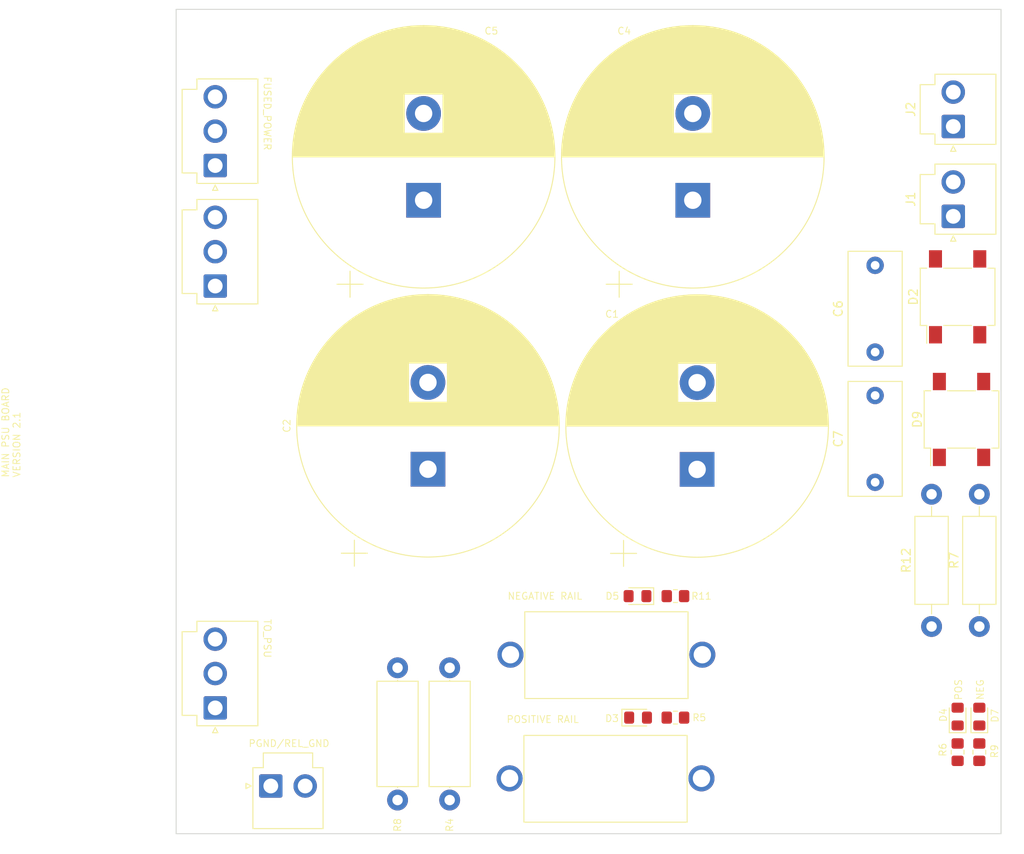
<source format=kicad_pcb>
(kicad_pcb (version 20221018) (generator pcbnew)
  (layers (0 "F.Cu" signal) (31 "B.Cu" signal) (34 "B.Paste" user) (35 "F.Paste" user) (36 "B.SilkS" user "B.Silkscreen") (37 "F.SilkS" user "F.Silkscreen") (38 "B.Mask" user) (39 "F.Mask" user) (44 "Edge.Cuts" user))
  (net 0 "")
  (net 1 "PGND")
  (net 2 "Net-(D3-K)")
  (net 3 "Net-(D4-K)")
  (net 4 "Net-(D5-K)")
  (net 5 "VP1")
  (net 6 "VM1")
  (net 7 "VPOUT")
  (net 8 "VMOUT")
  (net 9 "Net-(D7-K)")
  (net 10 "VPOUT_FUSE")
  (net 11 "VMOUT_FUSE")
  (net 12 "RELAY_GND")
  (net 13 "VPOS")
  (net 14 "Net-(C6-Pad2)")
  (net 15 "VNEG")
  (net 16 "Net-(C7-Pad2)")
  (net 17 "VPOSNEG")
  (net 18 "VNEGNEG")
  (footprint "MountingHole:MountingHole_3.2mm_M3" (layer "F.Cu") (at 236 46.5)
    (fp_text reference "H4" hide)
    (fp_text value "MountingHole")
    (pad "" np_thru_hole circle (at 0 0) (size 3.2 3.2) (drill 3.2) (layers "*.Cu" "*.Mask"))
  )
  (footprint "Connector_JST:JST_VH_B2P-VH-B_1x02_P3.96mm_Vertical" (layer "F.Cu") (at 233 67.855 90)
    (fp_text reference "J1" (at 1.98 -4.9 90) (layer "F.SilkS"))
    (fp_text value "Conn_01x02_Male")
    (pad "1" thru_hole roundrect (at 0 0 90) (size 2.7 2.7) (drill 1.7) (layers "*.Cu" "*.Mask") (roundrect_rratio 0.092593) (net 13 "VPOS"))
    (pad "2" thru_hole circle (at 3.96 0 90) (size 2.7 2.7) (drill 1.7) (layers "*.Cu" "*.Mask") (net 17 "VPOSNEG"))
  )
  (footprint "LED_SMD:LED_0805_2012Metric_Pad1.15x1.40mm_HandSolder" (layer "F.Cu") (at 233.5 125.5 90)
    (fp_text reference "D4" (at 0.175 -1.65 90 unlocked) (layer "F.SilkS") (effects (font (size 0.8 0.8) (thickness 0.1))))
    (fp_text value "YELLOW")
    (pad "1" smd roundrect (at -1.025 0 90) (size 1.15 1.4) (layers "F.Cu" "F.Paste" "F.Mask") (roundrect_rratio 0.2173913043) (net 3 "Net-(D4-K)"))
    (pad "2" smd roundrect (at 1.025 0 90) (size 1.15 1.4) (layers "F.Cu" "F.Paste" "F.Mask") (roundrect_rratio 0.2173913043) (net 5 "VP1"))
  )
  (footprint "Capacitor_THT:CP_Radial_D30.0mm_P10.00mm_SnapIn" (layer "F.Cu") (at 203.5 97.017934 90)
    (fp_text reference "C1" (at 17.9 -9.8 unlocked) (layer "F.SilkS") (effects (font (size 0.8 0.8) (thickness 0.1))))
    (fp_text value "15000U")
    (pad "1" thru_hole rect (at 0 0 90) (size 4 4) (drill 2) (layers "*.Cu" "*.Mask") (net 5 "VP1"))
    (pad "2" thru_hole circle (at 10 0 90) (size 4 4) (drill 2) (layers "*.Cu" "*.Mask") (net 1 "PGND"))
  )
  (footprint "Diode_SMD:Diode_Bridge_Vishay_DFS" (layer "F.Cu") (at 233.95 91.26 90)
    (fp_text reference "D9" (at 0 -5.1 90) (layer "F.SilkS"))
    (fp_text value "D_Bridge_+A-A")
    (pad "1" smd rect (at -4.37 -2.55 90) (size 2 1.5) (layers "F.Cu" "F.Paste" "F.Mask") (net 1 "PGND"))
    (pad "2" smd rect (at -4.37 2.55 90) (size 2 1.5) (layers "F.Cu" "F.Paste" "F.Mask") (net 15 "VNEG"))
    (pad "3" smd rect (at 4.37 2.55 90) (size 2 1.5) (layers "F.Cu" "F.Paste" "F.Mask") (net 6 "VM1"))
    (pad "4" smd rect (at 4.37 -2.55 90) (size 2 1.5) (layers "F.Cu" "F.Paste" "F.Mask") (net 18 "VNEGNEG"))
  )
  (footprint "Connector_JST:JST_VH_B3P-VH_1x03_P3.96mm_Vertical" (layer "F.Cu") (at 148 62 90)
    (fp_text reference "J4" hide)
    (fp_text value "Conn_01x03_Male")
    (pad "1" thru_hole roundrect (at 0 0 90) (size 2.7 2.7) (drill 1.7) (layers "*.Cu" "*.Mask") (roundrect_rratio 0.09259296296) (net 7 "VPOUT"))
    (pad "2" thru_hole circle (at 3.96 0 90) (size 2.7 2.7) (drill 1.7) (layers "*.Cu" "*.Mask") (net 1 "PGND"))
    (pad "3" thru_hole circle (at 7.92 0 90) (size 2.7 2.7) (drill 1.7) (layers "*.Cu" "*.Mask") (net 8 "VMOUT"))
  )
  (footprint "Resistor_SMD:R_0805_2012Metric_Pad1.20x1.40mm_HandSolder" (layer "F.Cu") (at 201 111.62)
    (fp_text reference "R11" (at 3 0 unlocked) (layer "F.SilkS") (effects (font (size 0.8 0.8) (thickness 0.1))))
    (fp_text value "9.1K")
    (pad "1" smd roundrect (at -1 0) (size 1.2 1.4) (layers "F.Cu" "F.Paste" "F.Mask") (roundrect_rratio 0.2083333333) (net 4 "Net-(D5-K)"))
    (pad "2" smd roundrect (at 1 0) (size 1.2 1.4) (layers "F.Cu" "F.Paste" "F.Mask") (roundrect_rratio 0.2083333333) (net 11 "VMOUT_FUSE"))
  )
  (footprint "MountingHole:MountingHole_3.2mm_M3" (layer "F.Cu") (at 146.1 136.2)
    (fp_text reference "H2" hide)
    (fp_text value "MountingHole")
    (pad "" np_thru_hole circle (at 0 0) (size 3.2 3.2) (drill 3.2) (layers "*.Cu" "*.Mask"))
  )
  (footprint "Connector_JST:JST_VH_B2P-VH-B_1x02_P3.96mm_Vertical" (layer "F.Cu") (at 154.4 133.5)
    (fp_text reference "J7" hide)
    (fp_text value "Conn_01x02_Male")
    (pad "1" thru_hole roundrect (at 0 0) (size 2.7 2.7) (drill 1.7) (layers "*.Cu" "*.Mask") (roundrect_rratio 0.09259296296) (net 1 "PGND"))
    (pad "2" thru_hole circle (at 3.96 0) (size 2.7 2.7) (drill 1.7) (layers "*.Cu" "*.Mask") (net 12 "RELAY_GND"))
  )
  (footprint "Resistor_THT:R_Axial_DIN0414_L11.9mm_D4.5mm_P15.24mm_Horizontal" (layer "F.Cu") (at 175 135.12 90)
    (fp_text reference "R4" (at -2.88 0 90 unlocked) (layer "F.SilkS") (effects (font (size 0.8 0.8) (thickness 0.1))))
    (fp_text value "1.2K")
    (pad "1" thru_hole circle (at 0 0 90) (size 2.4 2.4) (drill 1.2) (layers "*.Cu" "*.Mask") (net 5 "VP1"))
    (pad "2" thru_hole oval (at 15.24 0 90) (size 2.4 2.4) (drill 1.2) (layers "*.Cu" "*.Mask") (net 1 "PGND"))
  )
  (footprint "Capacitor_THT:CP_Radial_D30.0mm_P10.00mm_SnapIn" (layer "F.Cu") (at 203 66 90)
    (fp_text reference "C4" (at 19.505 -7.9 unlocked) (layer "F.SilkS") (effects (font (size 0.8 0.8) (thickness 0.1))))
    (fp_text value "15000U")
    (pad "1" thru_hole rect (at 0 0 90) (size 4 4) (drill 2) (layers "*.Cu" "*.Mask") (net 1 "PGND"))
    (pad "2" thru_hole circle (at 10 0 90) (size 4 4) (drill 2) (layers "*.Cu" "*.Mask") (net 6 "VM1"))
  )
  (footprint "Connector_JST:JST_VH_B3P-VH_1x03_P3.96mm_Vertical" (layer "F.Cu") (at 148 124.5 90)
    (fp_text reference "J3" hide)
    (fp_text value "Conn_01x03_Male")
    (pad "1" thru_hole roundrect (at 0 0 90) (size 2.7 2.7) (drill 1.7) (layers "*.Cu" "*.Mask") (roundrect_rratio 0.09259296296) (net 10 "VPOUT_FUSE"))
    (pad "2" thru_hole circle (at 3.96 0 90) (size 2.7 2.7) (drill 1.7) (layers "*.Cu" "*.Mask") (net 1 "PGND"))
    (pad "3" thru_hole circle (at 7.92 0 90) (size 2.7 2.7) (drill 1.7) (layers "*.Cu" "*.Mask") (net 11 "VMOUT_FUSE"))
  )
  (footprint "LED_SMD:LED_0805_2012Metric_Pad1.15x1.40mm_HandSolder" (layer "F.Cu") (at 196.695833 125.62)
    (fp_text reference "D3" (at -3 0.1 unlocked) (layer "F.SilkS") (effects (font (size 0.8 0.8) (thickness 0.1))))
    (fp_text value "YELLOW")
    (pad "1" smd roundrect (at -1.025 0) (size 1.15 1.4) (layers "F.Cu" "F.Paste" "F.Mask") (roundrect_rratio 0.2173913043) (net 2 "Net-(D3-K)"))
    (pad "2" smd roundrect (at 1.025 0) (size 1.15 1.4) (layers "F.Cu" "F.Paste" "F.Mask") (roundrect_rratio 0.2173913043) (net 10 "VPOUT_FUSE"))
  )
  (footprint "Resistor_SMD:R_0805_2012Metric_Pad1.20x1.40mm_HandSolder" (layer "F.Cu") (at 236 129.6 -90)
    (fp_text reference "R9" (at -0.1 -1.75 90 unlocked) (layer "F.SilkS") (effects (font (size 0.8 0.8) (thickness 0.1))))
    (fp_text value "9.1K")
    (pad "1" smd roundrect (at -1 0 270) (size 1.2 1.4) (layers "F.Cu" "F.Paste" "F.Mask") (roundrect_rratio 0.2083333333) (net 9 "Net-(D7-K)"))
    (pad "2" smd roundrect (at 1 0 270) (size 1.2 1.4) (layers "F.Cu" "F.Paste" "F.Mask") (roundrect_rratio 0.2083333333) (net 6 "VM1"))
  )
  (footprint "LED_SMD:LED_0805_2012Metric_Pad1.15x1.40mm_HandSolder" (layer "F.Cu") (at 236 125.5 90)
    (fp_text reference "D7" (at 0.1 1.8 90 unlocked) (layer "F.SilkS") (effects (font (size 0.8 0.8) (thickness 0.1))))
    (fp_text value "BLUE")
    (pad "1" smd roundrect (at -1.025 0 90) (size 1.15 1.4) (layers "F.Cu" "F.Paste" "F.Mask") (roundrect_rratio 0.2173913043) (net 9 "Net-(D7-K)"))
    (pad "2" smd roundrect (at 1.025 0 90) (size 1.15 1.4) (layers "F.Cu" "F.Paste" "F.Mask") (roundrect_rratio 0.2173913043) (net 1 "PGND"))
  )
  (footprint "Resistor_THT:R_Axial_DIN0411_L9.9mm_D3.6mm_P15.24mm_Horizontal" (layer "F.Cu") (at 230.5 115.12 90)
    (fp_text reference "R12" (at 7.62 -2.92 90) (layer "F.SilkS"))
    (fp_text value "10R 2W")
    (pad "1" thru_hole circle (at 0 0 90) (size 2.4 2.4) (drill 1.2) (layers "*.Cu" "*.Mask") (net 16 "Net-(C7-Pad2)"))
    (pad "2" thru_hole oval (at 15.24 0 90) (size 2.4 2.4) (drill 1.2) (layers "*.Cu" "*.Mask") (net 18 "VNEGNEG"))
  )
  (footprint "LED_SMD:LED_0805_2012Metric_Pad1.15x1.40mm_HandSolder" (layer "F.Cu") (at 196.633333 111.62 180)
    (fp_text reference "D5" (at 2.9 0 unlocked) (layer "F.SilkS") (effects (font (size 0.8 0.8) (thickness 0.1))))
    (fp_text value "BLUE")
    (pad "1" smd roundrect (at -1.025 0 180) (size 1.15 1.4) (layers "F.Cu" "F.Paste" "F.Mask") (roundrect_rratio 0.2173913043) (net 4 "Net-(D5-K)"))
    (pad "2" smd roundrect (at 1.025 0 180) (size 1.15 1.4) (layers "F.Cu" "F.Paste" "F.Mask") (roundrect_rratio 0.2173913043) (net 1 "PGND"))
  )
  (footprint "Capacitor_THT:CP_Radial_D30.0mm_P10.00mm_SnapIn" (layer "F.Cu") (at 172 66 90)
    (fp_text reference "C5" (at 19.505 7.8 unlocked) (layer "F.SilkS") (effects (font (size 0.8 0.8) (thickness 0.1))))
    (fp_text value "15000U")
    (pad "1" thru_hole rect (at 0 0 90) (size 4 4) (drill 2) (layers "*.Cu" "*.Mask") (net 1 "PGND"))
    (pad "2" thru_hole circle (at 10 0 90) (size 4 4) (drill 2) (layers "*.Cu" "*.Mask") (net 6 "VM1"))
  )
  (footprint "Capacitor_THT:C_Rect_L13.0mm_W6.0mm_P10.00mm_FKS3_FKP3_MKS4" (layer "F.Cu") (at 224 98.5 90)
    (fp_text reference "C7" (at 5 -4.25 90) (layer "F.SilkS"))
    (fp_text value "100N")
    (pad "1" thru_hole circle (at 0 0 90) (size 2 2) (drill 1) (layers "*.Cu" "*.Mask") (net 15 "VNEG"))
    (pad "2" thru_hole circle (at 10 0 90) (size 2 2) (drill 1) (layers "*.Cu" "*.Mask") (net 16 "Net-(C7-Pad2)"))
  )
  (footprint "Connector_JST:JST_VH_B2P-VH-B_1x02_P3.96mm_Vertical" (layer "F.Cu") (at 233 57.5 90)
    (fp_text reference "J2" (at 1.98 -4.9 90) (layer "F.SilkS"))
    (fp_text value "Conn_01x02_Male")
    (pad "1" thru_hole roundrect (at 0 0 90) (size 2.7 2.7) (drill 1.7) (layers "*.Cu" "*.Mask") (roundrect_rratio 0.092593) (net 15 "VNEG"))
    (pad "2" thru_hole circle (at 3.96 0 90) (size 2.7 2.7) (drill 1.7) (layers "*.Cu" "*.Mask") (net 18 "VNEGNEG"))
  )
  (footprint "Components:Aliexpress Fuse 5x20" (layer "F.Cu") (at 192.95 135.17 180)
    (fp_text reference "F1" hide)
    (fp_text value "Fuse_Small")
    (pad "1" thru_hole circle (at -11.05 2.55 180) (size 3 3) (drill 2) (layers "*.Cu" "*.Mask") (net 5 "VP1"))
    (pad "2" thru_hole circle (at 11.05 2.55 180) (size 3 3) (drill 2) (layers "*.Cu" "*.Mask") (net 10 "VPOUT_FUSE"))
  )
  (footprint "Connector_JST:JST_VH_B3P-VH_1x03_P3.96mm_Vertical" (layer "F.Cu") (at 148 75.8875 90)
    (fp_text reference "J10" hide)
    (fp_text value "Conn_01x03_Male")
    (pad "1" thru_hole roundrect (at 0 0 90) (size 2.7 2.7) (drill 1.7) (layers "*.Cu" "*.Mask") (roundrect_rratio 0.09259296296) (net 7 "VPOUT"))
    (pad "2" thru_hole circle (at 3.96 0 90) (size 2.7 2.7) (drill 1.7) (layers "*.Cu" "*.Mask") (net 1 "PGND"))
    (pad "3" thru_hole circle (at 7.92 0 90) (size 2.7 2.7) (drill 1.7) (layers "*.Cu" "*.Mask") (net 8 "VMOUT"))
  )
  (footprint "Resistor_THT:R_Axial_DIN0414_L11.9mm_D4.5mm_P15.24mm_Horizontal" (layer "F.Cu") (at 169 135.12 90)
    (fp_text reference "R8" (at -2.88 0 90 unlocked) (layer "F.SilkS") (effects (font (size 0.8 0.8) (thickness 0.1))))
    (fp_text value "1.2K")
    (pad "1" thru_hole circle (at 0 0 90) (size 2.4 2.4) (drill 1.2) (layers "*.Cu" "*.Mask") (net 1 "PGND"))
    (pad "2" thru_hole oval (at 15.24 0 90) (size 2.4 2.4) (drill 1.2) (layers "*.Cu" "*.Mask") (net 6 "VM1"))
  )
  (footprint "MountingHole:MountingHole_3mm" (layer "F.Cu") (at 236 136.5)
    (fp_text reference "H1" hide)
    (fp_text value "MountingHole")
    (pad "" np_thru_hole circle (at 0 0) (size 3 3) (drill 3) (layers "*.Cu" "*.Mask"))
  )
  (footprint "Resistor_THT:R_Axial_DIN0411_L9.9mm_D3.6mm_P15.24mm_Horizontal" (layer "F.Cu") (at 236 115.12 90)
    (fp_text reference "R7" (at 7.62 -2.92 90) (layer "F.SilkS"))
    (fp_text value "10R 2W")
    (pad "1" thru_hole circle (at 0 0 90) (size 2.4 2.4) (drill 1.2) (layers "*.Cu" "*.Mask") (net 14 "Net-(C6-Pad2)"))
    (pad "2" thru_hole oval (at 15.24 0 90) (size 2.4 2.4) (drill 1.2) (layers "*.Cu" "*.Mask") (net 17 "VPOSNEG"))
  )
  (footprint "Capacitor_THT:C_Rect_L13.0mm_W6.0mm_P10.00mm_FKS3_FKP3_MKS4" (layer "F.Cu") (at 224 83.5 90)
    (fp_text reference "C6" (at 5 -4.25 90) (layer "F.SilkS"))
    (fp_text value "100N")
    (pad "1" thru_hole circle (at 0 0 90) (size 2 2) (drill 1) (layers "*.Cu" "*.Mask") (net 13 "VPOS"))
    (pad "2" thru_hole circle (at 10 0 90) (size 2 2) (drill 1) (layers "*.Cu" "*.Mask") (net 14 "Net-(C6-Pad2)"))
  )
  (footprint "Components:Aliexpress Fuse 5x20" (layer "F.Cu") (at 193.05 120.92 180)
    (fp_text reference "F2" hide)
    (fp_text value "Fuse_Small")
    (pad "1" thru_hole circle (at -11.05 2.55 180) (size 3 3) (drill 2) (layers "*.Cu" "*.Mask") (net 6 "VM1"))
    (pad "2" thru_hole circle (at 11.05 2.55 180) (size 3 3) (drill 2) (layers "*.Cu" "*.Mask") (net 11 "VMOUT_FUSE"))
  )
  (footprint "Resistor_SMD:R_0805_2012Metric_Pad1.20x1.40mm_HandSolder" (layer "F.Cu") (at 201 125.62 180)
    (fp_text reference "R5" (at -2.75 0 unlocked) (layer "F.SilkS") (effects (font (size 0.8 0.8) (thickness 0.1))))
    (fp_text value "9.1K")
    (pad "1" smd roundrect (at -1 0 180) (size 1.2 1.4) (layers "F.Cu" "F.Paste" "F.Mask") (roundrect_rratio 0.2083333333) (net 2 "Net-(D3-K)"))
    (pad "2" smd roundrect (at 1 0 180) (size 1.2 1.4) (layers "F.Cu" "F.Paste" "F.Mask") (roundrect_rratio 0.2083333333) (net 1 "PGND"))
  )
  (footprint "Capacitor_THT:CP_Radial_D30.0mm_P10.00mm_SnapIn" (layer "F.Cu") (at 172.5 96.995 90)
    (fp_text reference "C2" (at 5 -16.25 90 unlocked) (layer "F.SilkS") (effects (font (size 0.8 0.8) (thickness 0.1))))
    (fp_text value "15000U")
    (pad "1" thru_hole rect (at 0 0 90) (size 4 4) (drill 2) (layers "*.Cu" "*.Mask") (net 5 "VP1"))
    (pad "2" thru_hole circle (at 10 0 90) (size 4 4) (drill 2) (layers "*.Cu" "*.Mask") (net 1 "PGND"))
  )
  (footprint "Diode_SMD:Diode_Bridge_Vishay_DFS" (layer "F.Cu") (at 233.5 77.13 90)
    (fp_text reference "D2" (at 0 -5.1 90) (layer "F.SilkS"))
    (fp_text value "D_Bridge_+A-A")
    (pad "1" smd rect (at -4.37 -2.55 90) (size 2 1.5) (layers "F.Cu" "F.Paste" "F.Mask") (net 5 "VP1"))
    (pad "2" smd rect (at -4.37 2.55 90) (size 2 1.5) (layers "F.Cu" "F.Paste" "F.Mask") (net 13 "VPOS"))
    (pad "3" smd rect (at 4.37 2.55 90) (size 2 1.5) (layers "F.Cu" "F.Paste" "F.Mask") (net 1 "PGND"))
    (pad "4" smd rect (at 4.37 -2.55 90) (size 2 1.5) (layers "F.Cu" "F.Paste" "F.Mask") (net 17 "VPOSNEG"))
  )
  (footprint "Resistor_SMD:R_0805_2012Metric_Pad1.20x1.40mm_HandSolder" (layer "F.Cu") (at 233.5 129.6 -90)
    (fp_text reference "R6" (at -0.275 1.7 90 unlocked) (layer "F.SilkS") (effects (font (size 0.8 0.8) (thickness 0.1))))
    (fp_text value "9.1K")
    (pad "1" smd roundrect (at -1 0 270) (size 1.2 1.4) (layers "F.Cu" "F.Paste" "F.Mask") (roundrect_rratio 0.2083333333) (net 3 "Net-(D4-K)"))
    (pad "2" smd roundrect (at 1 0 270) (size 1.2 1.4) (layers "F.Cu" "F.Paste" "F.Mask") (roundrect_rratio 0.2083333333) (net 1 "PGND"))
  )
  (footprint "MountingHole:MountingHole_3mm" (layer "F.Cu") (at 146.1 46.2)
    (fp_text reference "H3" hide)
    (fp_text value "MountingHole")
    (pad "" np_thru_hole circle (at 0 0) (size 3 3) (drill 3) (layers "*.Cu" "*.Mask"))
  )
  (gr_line (start 238.5 139) (end 143.5 139) (stroke (width 0.1)) (layer "Edge.Cuts"))
  (gr_line (start 238.5 44) (end 238.5 139) (stroke (width 0.1)) (layer "Edge.Cuts"))
  (gr_line (start 143.5 44) (end 238.5 44) (stroke (width 0.1)) (layer "Edge.Cuts"))
  (gr_line (start 143.5 44) (end 143.5 139) (stroke (width 0.1)) (layer "Edge.Cuts"))
  (gr_text "FUSED_POWER" (at 154 56 -90) (layer "F.SilkS") (effects (font (size 0.8 0.8) (thickness 0.1))))
  (gr_text "MAIN PSU BOARD\nVERSION 2.1" (at 124.5 98 90) (layer "F.SilkS") (effects (font (size 0.8 0.8) (thickness 0.1)) (justify left)))
  (gr_text "TO_PSU" (at 154 116.5 -90) (layer "F.SilkS") (effects (font (size 0.8 0.8) (thickness 0.1))))
  (gr_text "PGND/REL_GND" (at 156.5 128.6) (layer "F.SilkS") (effects (font (size 0.8 0.8) (thickness 0.1))))
  (gr_text "POSITIVE RAIL" (at 181.5 125.82) (layer "F.SilkS") (effects (font (size 0.8 0.8) (thickness 0.1)) (justify left)))
  (gr_text "NEGATIVE RAIL" (at 181.616667 111.62) (layer "F.SilkS") (effects (font (size 0.8 0.8) (thickness 0.1)) (justify left)))
  (gr_text "POS" (at 233.6 122.4 90) (layer "F.SilkS") (effects (font (size 0.8 0.8) (thickness 0.1))))
  (gr_text "NEG\n" (at 236.1 122.4 90) (layer "F.SilkS") (effects (font (size 0.8 0.8) (thickness 0.1))))
)
</source>
